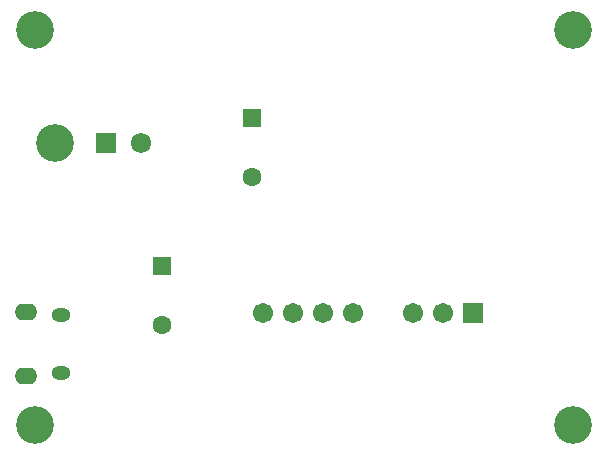
<source format=gbs>
G04*
G04 #@! TF.GenerationSoftware,Altium Limited,Altium Designer,21.7.1 (17)*
G04*
G04 Layer_Color=16711935*
%FSLAX24Y24*%
%MOIN*%
G70*
G04*
G04 #@! TF.SameCoordinates,156F93F5-282F-4AE9-AA7B-D440BB6AA61E*
G04*
G04*
G04 #@! TF.FilePolarity,Negative*
G04*
G01*
G75*
%ADD35C,0.0631*%
%ADD36R,0.0631X0.0631*%
%ADD37C,0.1261*%
%ADD38R,0.0678X0.0678*%
%ADD39C,0.0678*%
%ADD40R,0.0674X0.0674*%
%ADD41C,0.0674*%
%ADD42O,0.0749X0.0552*%
%ADD43O,0.0631X0.0474*%
%ADD44C,0.1261*%
D35*
X5217Y4331D02*
D03*
X8228Y9252D02*
D03*
D36*
X5217Y6299D02*
D03*
X8228Y11220D02*
D03*
D37*
X1644Y10384D02*
D03*
D38*
X3337D02*
D03*
D39*
X4518D02*
D03*
D40*
X15591Y4724D02*
D03*
D41*
X14591D02*
D03*
X13591D02*
D03*
X11591D02*
D03*
X10591D02*
D03*
X9591D02*
D03*
X8591D02*
D03*
D42*
X669Y2614D02*
D03*
Y4760D02*
D03*
D43*
X1862Y2733D02*
D03*
Y4642D02*
D03*
D44*
X984Y14173D02*
D03*
X18898D02*
D03*
Y984D02*
D03*
X984D02*
D03*
M02*

</source>
